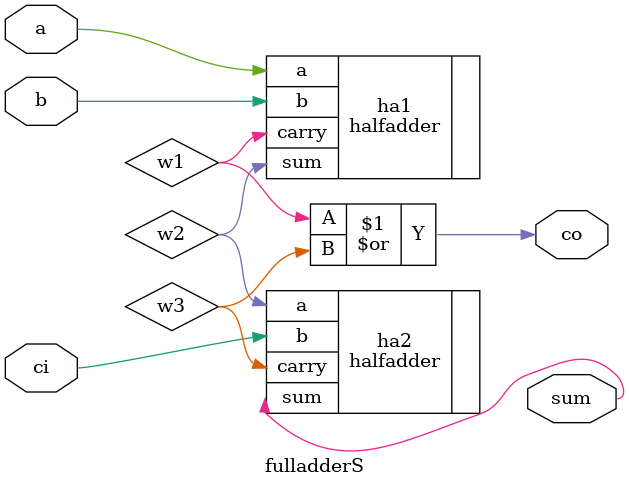
<source format=v>

module fulladderS (a,b, ci, sum, co);
   input a,b,ci;
   output sum, co;
   wire   w1, w2, w3;
   
   halfadder ha1 (.a(a), .b(b), .carry(w1), .sum(w2));
   halfadder ha2 (.a(w2), .b(ci), .carry(w3), .sum(sum));
   or g1 (co, w1,w3);
endmodule


</source>
